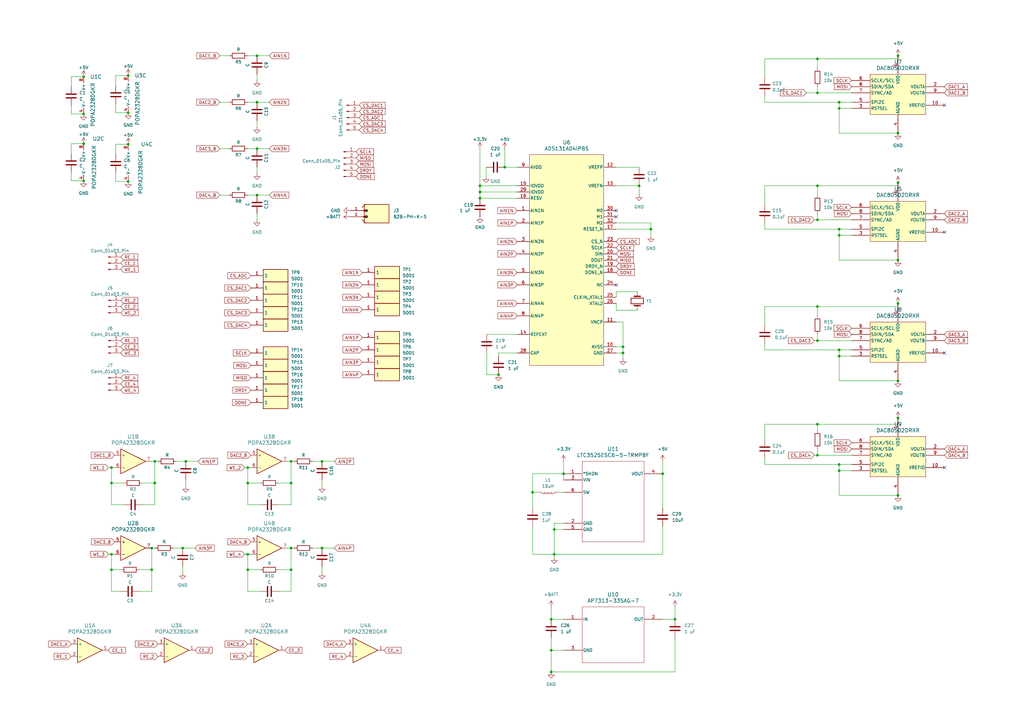
<source format=kicad_sch>
(kicad_sch (version 20230121) (generator eeschema)
  (paper "A3")
  (junction (at 101.6 198.12))
  (junction (at 52.578 46.228))
  (junction (at 344.17 190.5))
  (junction (at 335.28 186.69))
  (junction (at 335.28 76.2))
  (junction (at 196.85 76.2))
  (junction (at 231.14 194.31))
  (junction (at 368.3 171.45))
  (junction (at 63.5 198.12))
  (junction (at 226.06 275.59))
  (junction (at 62.23 224.79))
  (junction (at 119.38 198.12))
  (junction (at 101.6 191.77))
  (junction (at 105.41 80.01))
  (junction (at 368.3 22.86))
  (junction (at 262.128 76.2))
  (junction (at 335.28 90.17))
  (junction (at 119.38 224.79))
  (junction (at 335.28 125.73))
  (junction (at 218.44 201.93))
  (junction (at 45.72 227.33))
  (junction (at 52.578 30.988))
  (junction (at 34.29 58.928))
  (junction (at 368.3 156.21))
  (junction (at 105.41 41.91))
  (junction (at 227.33 217.17))
  (junction (at 266.954 93.98))
  (junction (at 132.08 224.79))
  (junction (at 335.28 24.13))
  (junction (at 105.41 60.96))
  (junction (at 62.23 233.68))
  (junction (at 368.3 106.68))
  (junction (at 52.578 59.182))
  (junction (at 34.29 31.496))
  (junction (at 45.72 198.12))
  (junction (at 196.85 81.28))
  (junction (at 335.28 38.1))
  (junction (at 344.17 143.51))
  (junction (at 74.93 224.79))
  (junction (at 344.17 93.98))
  (junction (at 207.01 68.58))
  (junction (at 344.17 44.45))
  (junction (at 101.6 227.33))
  (junction (at 344.17 193.04))
  (junction (at 276.86 254))
  (junction (at 344.17 41.91))
  (junction (at 45.72 233.68))
  (junction (at 335.28 139.7))
  (junction (at 271.78 194.31))
  (junction (at 52.578 74.422))
  (junction (at 101.6 233.68))
  (junction (at 34.29 46.736))
  (junction (at 204.47 153.67))
  (junction (at 344.17 96.52))
  (junction (at 34.29 74.168))
  (junction (at 368.3 74.93))
  (junction (at 368.3 203.2))
  (junction (at 45.72 191.77))
  (junction (at 119.38 233.68))
  (junction (at 63.5 189.23))
  (junction (at 76.2 189.23))
  (junction (at 335.28 173.99))
  (junction (at 196.85 78.74))
  (junction (at 105.41 22.86))
  (junction (at 344.17 146.05))
  (junction (at 255.524 144.78))
  (junction (at 227.33 227.33))
  (junction (at 119.38 189.23))
  (junction (at 132.08 189.23))
  (junction (at 226.06 266.7))
  (junction (at 368.3 124.46))
  (junction (at 368.3 54.61))
  (junction (at 226.06 254))
  (junction (at 255.524 142.24))
  (no_connect (at 252.73 116.84))
  (no_connect (at 387.35 191.77))
  (no_connect (at 252.73 86.36))
  (no_connect (at 387.35 95.25))
  (no_connect (at 252.73 88.9))
  (no_connect (at 387.35 144.78))
  (no_connect (at 387.35 43.18))
  (wire (pts (xy 207.01 60.96) (xy 207.01 68.58)))
  (wire (pts (xy 218.44 215.9) (xy 218.44 227.33)))
  (wire (pts (xy 45.72 198.12) (xy 45.72 207.01)))
  (wire (pts (xy 368.3 74.93) (xy 368.3 76.2)))
  (wire (pts (xy 196.85 60.96) (xy 196.85 76.2)))
  (wire (pts (xy 313.69 143.51) (xy 344.17 143.51)))
  (wire (pts (xy 252.73 142.24) (xy 255.524 142.24)))
  (wire (pts (xy 335.28 35.56) (xy 335.28 38.1)))
  (wire (pts (xy 45.72 207.01) (xy 50.8 207.01)))
  (wire (pts (xy 52.578 30.988) (xy 47.498 30.988)))
  (wire (pts (xy 47.498 74.422) (xy 47.498 70.866)))
  (wire (pts (xy 313.69 93.98) (xy 344.17 93.98)))
  (wire (pts (xy 276.86 261.62) (xy 276.86 275.59)))
  (wire (pts (xy 368.3 171.45) (xy 368.3 173.99)))
  (wire (pts (xy 218.44 201.93) (xy 220.98 201.93)))
  (wire (pts (xy 45.72 227.33) (xy 45.72 233.68)))
  (wire (pts (xy 63.5 198.12) (xy 63.5 189.23)))
  (wire (pts (xy 47.498 59.182) (xy 47.498 63.246)))
  (wire (pts (xy 105.41 30.48) (xy 105.41 33.02)))
  (wire (pts (xy 344.17 190.5) (xy 349.25 190.5)))
  (wire (pts (xy 57.15 242.57) (xy 62.23 242.57)))
  (wire (pts (xy 119.38 224.79) (xy 118.11 224.79)))
  (wire (pts (xy 63.5 189.23) (xy 62.23 189.23)))
  (wire (pts (xy 212.09 78.74) (xy 196.85 78.74)))
  (wire (pts (xy 29.21 31.496) (xy 34.29 31.496)))
  (wire (pts (xy 276.86 275.59) (xy 226.06 275.59)))
  (wire (pts (xy 52.578 46.228) (xy 47.498 46.228)))
  (wire (pts (xy 47.498 46.228) (xy 47.498 42.672)))
  (wire (pts (xy 227.33 214.63) (xy 227.33 217.17)))
  (wire (pts (xy 335.28 139.7) (xy 349.25 139.7)))
  (wire (pts (xy 335.28 76.2) (xy 368.3 76.2)))
  (wire (pts (xy 368.3 22.86) (xy 368.3 24.13)))
  (wire (pts (xy 344.17 44.45) (xy 344.17 54.61)))
  (wire (pts (xy 226.06 261.62) (xy 226.06 266.7)))
  (wire (pts (xy 62.23 224.79) (xy 63.5 224.79)))
  (wire (pts (xy 101.6 207.01) (xy 106.68 207.01)))
  (wire (pts (xy 335.28 125.73) (xy 335.28 129.54)))
  (wire (pts (xy 196.85 81.28) (xy 196.85 78.74)))
  (wire (pts (xy 252.73 76.2) (xy 262.128 76.2)))
  (wire (pts (xy 45.72 233.68) (xy 45.72 242.57)))
  (wire (pts (xy 271.78 254) (xy 276.86 254)))
  (wire (pts (xy 344.17 54.61) (xy 368.3 54.61)))
  (wire (pts (xy 335.28 125.73) (xy 368.3 125.73)))
  (wire (pts (xy 227.33 227.33) (xy 227.33 228.6)))
  (wire (pts (xy 58.42 198.12) (xy 63.5 198.12)))
  (wire (pts (xy 76.2 189.23) (xy 81.28 189.23)))
  (wire (pts (xy 101.6 60.96) (xy 105.41 60.96)))
  (wire (pts (xy 344.17 41.91) (xy 349.25 41.91)))
  (wire (pts (xy 335.28 186.69) (xy 349.25 186.69)))
  (wire (pts (xy 105.41 60.96) (xy 110.49 60.96)))
  (wire (pts (xy 313.69 173.99) (xy 335.28 173.99)))
  (wire (pts (xy 132.08 189.23) (xy 137.16 189.23)))
  (wire (pts (xy 119.38 242.57) (xy 119.38 233.68)))
  (wire (pts (xy 313.69 24.13) (xy 313.69 31.75)))
  (wire (pts (xy 313.69 190.5) (xy 344.17 190.5)))
  (wire (pts (xy 199.644 153.67) (xy 204.47 153.67)))
  (wire (pts (xy 313.69 140.97) (xy 313.69 143.51)))
  (wire (pts (xy 101.6 198.12) (xy 101.6 207.01)))
  (wire (pts (xy 199.644 144.78) (xy 199.644 153.67)))
  (wire (pts (xy 252.73 119.634) (xy 261.366 119.634)))
  (wire (pts (xy 45.72 242.57) (xy 49.53 242.57)))
  (wire (pts (xy 29.21 58.928) (xy 34.29 58.928)))
  (wire (pts (xy 266.954 93.98) (xy 252.73 93.98)))
  (wire (pts (xy 344.17 143.51) (xy 344.17 146.05)))
  (wire (pts (xy 212.09 144.78) (xy 204.47 144.78)))
  (wire (pts (xy 132.08 196.85) (xy 132.08 199.39)))
  (wire (pts (xy 101.6 22.86) (xy 105.41 22.86)))
  (wire (pts (xy 227.33 217.17) (xy 227.33 227.33)))
  (wire (pts (xy 199.39 68.58) (xy 199.39 72.39)))
  (wire (pts (xy 334.01 186.69) (xy 335.28 186.69)))
  (wire (pts (xy 226.06 266.7) (xy 226.06 275.59)))
  (wire (pts (xy 313.69 24.13) (xy 335.28 24.13)))
  (wire (pts (xy 101.6 80.01) (xy 105.41 80.01)))
  (wire (pts (xy 231.14 189.23) (xy 231.14 194.31)))
  (wire (pts (xy 313.69 41.91) (xy 344.17 41.91)))
  (wire (pts (xy 335.28 184.15) (xy 335.28 186.69)))
  (wire (pts (xy 196.85 76.2) (xy 212.09 76.2)))
  (wire (pts (xy 132.08 232.41) (xy 132.08 234.95)))
  (wire (pts (xy 29.21 46.736) (xy 34.29 46.736)))
  (wire (pts (xy 227.33 217.17) (xy 231.14 217.17)))
  (wire (pts (xy 271.78 189.23) (xy 271.78 194.31)))
  (wire (pts (xy 313.69 91.44) (xy 313.69 93.98)))
  (wire (pts (xy 105.41 80.01) (xy 110.49 80.01)))
  (wire (pts (xy 114.3 242.57) (xy 119.38 242.57)))
  (wire (pts (xy 105.41 49.53) (xy 105.41 52.07)))
  (wire (pts (xy 231.14 194.31) (xy 218.44 194.31)))
  (wire (pts (xy 105.41 41.91) (xy 110.49 41.91)))
  (wire (pts (xy 101.6 227.33) (xy 101.6 233.68)))
  (wire (pts (xy 90.17 22.86) (xy 93.98 22.86)))
  (wire (pts (xy 344.17 193.04) (xy 349.25 193.04)))
  (wire (pts (xy 252.73 144.78) (xy 255.524 144.78)))
  (wire (pts (xy 344.17 106.68) (xy 368.3 106.68)))
  (wire (pts (xy 204.47 144.78) (xy 204.47 146.05)))
  (wire (pts (xy 100.33 227.33) (xy 101.6 227.33)))
  (wire (pts (xy 335.28 76.2) (xy 335.28 80.01)))
  (wire (pts (xy 45.72 198.12) (xy 50.8 198.12)))
  (wire (pts (xy 47.498 59.182) (xy 52.578 59.182)))
  (wire (pts (xy 368.3 124.46) (xy 368.3 125.73)))
  (wire (pts (xy 344.17 93.98) (xy 344.17 96.52)))
  (wire (pts (xy 74.93 232.41) (xy 74.93 234.95)))
  (wire (pts (xy 349.25 143.51) (xy 344.17 143.51)))
  (wire (pts (xy 255.524 144.78) (xy 255.524 147.066)))
  (wire (pts (xy 100.33 191.77) (xy 101.6 191.77)))
  (wire (pts (xy 29.21 70.612) (xy 29.21 74.168)))
  (wire (pts (xy 218.44 194.31) (xy 218.44 201.93)))
  (wire (pts (xy 266.954 96.774) (xy 266.954 93.98)))
  (wire (pts (xy 105.41 68.58) (xy 105.41 71.12)))
  (wire (pts (xy 313.69 39.37) (xy 313.69 41.91)))
  (wire (pts (xy 45.72 233.68) (xy 49.53 233.68)))
  (wire (pts (xy 76.2 196.85) (xy 76.2 199.39)))
  (wire (pts (xy 44.45 227.33) (xy 45.72 227.33)))
  (wire (pts (xy 313.69 125.73) (xy 335.28 125.73)))
  (wire (pts (xy 344.17 41.91) (xy 344.17 44.45)))
  (wire (pts (xy 344.17 190.5) (xy 344.17 193.04)))
  (wire (pts (xy 344.17 146.05) (xy 349.25 146.05)))
  (wire (pts (xy 63.5 189.23) (xy 64.77 189.23)))
  (wire (pts (xy 90.17 41.91) (xy 93.98 41.91)))
  (wire (pts (xy 313.69 187.96) (xy 313.69 190.5)))
  (wire (pts (xy 29.21 74.168) (xy 34.29 74.168)))
  (wire (pts (xy 271.78 227.33) (xy 227.33 227.33)))
  (wire (pts (xy 266.954 91.44) (xy 266.954 93.98)))
  (wire (pts (xy 62.23 233.68) (xy 62.23 224.79)))
  (wire (pts (xy 90.17 80.01) (xy 93.98 80.01)))
  (wire (pts (xy 119.38 224.79) (xy 120.65 224.79)))
  (wire (pts (xy 344.17 96.52) (xy 349.25 96.52)))
  (wire (pts (xy 344.17 146.05) (xy 344.17 156.21)))
  (wire (pts (xy 45.72 191.77) (xy 45.72 198.12)))
  (wire (pts (xy 226.06 254) (xy 231.14 254)))
  (wire (pts (xy 119.38 189.23) (xy 120.65 189.23)))
  (wire (pts (xy 101.6 198.12) (xy 106.68 198.12)))
  (wire (pts (xy 62.23 224.79) (xy 60.96 224.79)))
  (wire (pts (xy 101.6 191.77) (xy 102.87 191.77)))
  (wire (pts (xy 226.06 248.92) (xy 226.06 254)))
  (wire (pts (xy 132.08 224.79) (xy 137.16 224.79)))
  (wire (pts (xy 255.524 142.24) (xy 255.524 144.78)))
  (wire (pts (xy 128.27 224.79) (xy 132.08 224.79)))
  (wire (pts (xy 344.17 96.52) (xy 344.17 106.68)))
  (wire (pts (xy 261.366 127.254) (xy 252.73 127.254)))
  (wire (pts (xy 218.44 227.33) (xy 227.33 227.33)))
  (wire (pts (xy 101.6 227.33) (xy 102.87 227.33)))
  (wire (pts (xy 231.14 194.31) (xy 231.14 196.85)))
  (wire (pts (xy 313.69 125.73) (xy 313.69 133.35)))
  (wire (pts (xy 199.644 137.16) (xy 212.09 137.16)))
  (wire (pts (xy 271.78 194.31) (xy 271.78 208.28)))
  (wire (pts (xy 44.45 191.77) (xy 45.72 191.77)))
  (wire (pts (xy 252.73 91.44) (xy 266.954 91.44)))
  (wire (pts (xy 74.93 224.79) (xy 80.01 224.79)))
  (wire (pts (xy 119.38 189.23) (xy 118.11 189.23)))
  (wire (pts (xy 334.01 90.17) (xy 335.28 90.17)))
  (wire (pts (xy 335.28 38.1) (xy 349.25 38.1)))
  (wire (pts (xy 196.85 78.74) (xy 196.85 76.2)))
  (wire (pts (xy 252.73 119.634) (xy 252.73 121.92)))
  (wire (pts (xy 313.69 173.99) (xy 313.69 180.34)))
  (wire (pts (xy 252.73 124.46) (xy 252.73 127.254)))
  (wire (pts (xy 47.498 30.988) (xy 47.498 35.052)))
  (wire (pts (xy 90.17 60.96) (xy 93.98 60.96)))
  (wire (pts (xy 45.72 191.77) (xy 46.99 191.77)))
  (wire (pts (xy 71.12 224.79) (xy 74.93 224.79)))
  (wire (pts (xy 128.27 189.23) (xy 132.08 189.23)))
  (wire (pts (xy 344.17 44.45) (xy 349.25 44.45)))
  (wire (pts (xy 335.28 87.63) (xy 335.28 90.17)))
  (wire (pts (xy 252.73 68.58) (xy 262.128 68.58)))
  (wire (pts (xy 344.17 93.98) (xy 349.25 93.98)))
  (wire (pts (xy 114.3 233.68) (xy 119.38 233.68)))
  (wire (pts (xy 228.6 201.93) (xy 231.14 201.93)))
  (wire (pts (xy 114.3 207.01) (xy 119.38 207.01)))
  (wire (pts (xy 313.69 76.2) (xy 313.69 83.82)))
  (wire (pts (xy 29.21 31.496) (xy 29.21 35.56)))
  (wire (pts (xy 105.41 87.63) (xy 105.41 90.17)))
  (wire (pts (xy 101.6 191.77) (xy 101.6 198.12)))
  (wire (pts (xy 58.42 207.01) (xy 63.5 207.01)))
  (wire (pts (xy 57.15 233.68) (xy 62.23 233.68)))
  (wire (pts (xy 207.01 68.58) (xy 212.09 68.58)))
  (wire (pts (xy 212.09 81.28) (xy 196.85 81.28)))
  (wire (pts (xy 29.21 43.18) (xy 29.21 46.736)))
  (wire (pts (xy 344.17 193.04) (xy 344.17 203.2)))
  (wire (pts (xy 101.6 41.91) (xy 105.41 41.91)))
  (wire (pts (xy 335.28 24.13) (xy 368.3 24.13)))
  (wire (pts (xy 45.72 227.33) (xy 46.99 227.33)))
  (wire (pts (xy 252.73 132.08) (xy 255.524 132.08)))
  (wire (pts (xy 262.128 76.2) (xy 262.128 79.756)))
  (wire (pts (xy 105.41 22.86) (xy 110.49 22.86)))
  (wire (pts (xy 330.708 38.1) (xy 335.28 38.1)))
  (wire (pts (xy 63.5 207.01) (xy 63.5 198.12)))
  (wire (pts (xy 101.6 233.68) (xy 101.6 242.57)))
  (wire (pts (xy 271.78 215.9) (xy 271.78 227.33)))
  (wire (pts (xy 334.01 139.7) (xy 335.28 139.7)))
  (wire (pts (xy 335.28 90.17) (xy 349.25 90.17)))
  (wire (pts (xy 119.38 233.68) (xy 119.38 224.79)))
  (wire (pts (xy 119.38 207.01) (xy 119.38 198.12)))
  (wire (pts (xy 335.28 173.99) (xy 368.3 173.99)))
  (wire (pts (xy 62.23 242.57) (xy 62.23 233.68)))
  (wire (pts (xy 119.38 198.12) (xy 119.38 189.23)))
  (wire (pts (xy 72.39 189.23) (xy 76.2 189.23)))
  (wire (pts (xy 47.498 74.422) (xy 52.578 74.422)))
  (wire (pts (xy 101.6 242.57) (xy 106.68 242.57)))
  (wire (pts (xy 344.17 156.21) (xy 368.3 156.21)))
  (wire (pts (xy 114.3 198.12) (xy 119.38 198.12)))
  (wire (pts (xy 226.06 266.7) (xy 231.14 266.7)))
  (wire (pts (xy 29.21 58.928) (xy 29.21 62.992)))
  (wire (pts (xy 231.14 214.63) (xy 227.33 214.63)))
  (wire (pts (xy 335.28 24.13) (xy 335.28 27.94)))
  (wire (pts (xy 335.28 137.16) (xy 335.28 139.7)))
  (wire (pts (xy 335.28 173.99) (xy 335.28 176.53)))
  (wire (pts (xy 255.524 132.08) (xy 255.524 142.24)))
  (wire (pts (xy 218.44 201.93) (xy 218.44 208.28)))
  (wire (pts (xy 335.28 76.2) (xy 313.69 76.2)))
  (wire (pts (xy 344.17 203.2) (xy 368.3 203.2)))
  (wire (pts (xy 276.86 248.92) (xy 276.86 254)))
  (wire (pts (xy 101.6 233.68) (xy 106.68 233.68)))
  (global_label "MOSI" (shape input) (at 252.73 104.14 0) (property "Intersheetrefs" "${INTERSHEET_REFS}" (effects hide)))
  (global_label "AIN1N" (shape input) (at 110.49 22.86 0) (property "Intersheetrefs" "${INTERSHEET_REFS}" (effects hide)))
  (global_label "DONE" (shape input) (at 146.05 72.39 0) (property "Intersheetrefs" "${INTERSHEET_REFS}" (effects hide)))
  (global_label "MOSI" (shape input) (at 102.87 149.86 180) (property "Intersheetrefs" "${INTERSHEET_REFS}" (effects hide)))
  (global_label "AIN4P" (shape input) (at 137.16 224.79 0) (property "Intersheetrefs" "${INTERSHEET_REFS}" (effects hide)))
  (global_label "WE_3" (shape input) (at 44.45 227.33 180) (property "Intersheetrefs" "${INTERSHEET_REFS}" (effects hide)))
  (global_label "MOSI" (shape input) (at 349.25 35.56 180) (property "Intersheetrefs" "${INTERSHEET_REFS}" (effects hide)))
  (global_label "SCLK" (shape input) (at 102.87 144.78 180) (property "Intersheetrefs" "${INTERSHEET_REFS}" (effects hide)))
  (global_label "DAC3_B" (shape input) (at 387.35 139.7 0) (property "Intersheetrefs" "${INTERSHEET_REFS}" (effects hide)))
  (global_label "RE_2" (shape input) (at 64.77 269.24 180) (property "Intersheetrefs" "${INTERSHEET_REFS}" (effects hide)))
  (global_label "SCLK" (shape input) (at 252.73 101.6 0) (property "Intersheetrefs" "${INTERSHEET_REFS}" (effects hide)))
  (global_label "DAC1_B" (shape input) (at 387.35 38.1 0) (property "Intersheetrefs" "${INTERSHEET_REFS}" (effects hide)))
  (global_label "AIN3P" (shape input) (at 80.01 224.79 0) (property "Intersheetrefs" "${INTERSHEET_REFS}" (effects hide)))
  (global_label "CS_DAC2" (shape input) (at 147.32 45.72 0) (property "Intersheetrefs" "${INTERSHEET_REFS}" (effects hide)))
  (global_label "RE_1" (shape input) (at 49.53 105.41 0) (property "Intersheetrefs" "${INTERSHEET_REFS}" (effects hide)))
  (global_label "RE_4" (shape input) (at 142.24 269.24 180) (property "Intersheetrefs" "${INTERSHEET_REFS}" (effects hide)))
  (global_label "DAC3_B" (shape input) (at 90.17 60.96 180) (property "Intersheetrefs" "${INTERSHEET_REFS}" (effects hide)))
  (global_label "SCLK" (shape input) (at 349.25 134.62 180) (property "Intersheetrefs" "${INTERSHEET_REFS}" (effects hide)))
  (global_label "WE_4" (shape input) (at 49.53 160.02 0) (property "Intersheetrefs" "${INTERSHEET_REFS}" (effects hide)))
  (global_label "AIN1N" (shape input) (at 148.59 111.76 180) (property "Intersheetrefs" "${INTERSHEET_REFS}" (effects hide)))
  (global_label "CS_DAC4" (shape input) (at 334.01 186.69 180) (property "Intersheetrefs" "${INTERSHEET_REFS}" (effects hide)))
  (global_label "DAC4_A" (shape input) (at 387.35 184.15 0) (property "Intersheetrefs" "${INTERSHEET_REFS}" (effects hide)))
  (global_label "AIN3N" (shape input) (at 212.09 111.76 180) (property "Intersheetrefs" "${INTERSHEET_REFS}" (effects hide)))
  (global_label "DAC4_A" (shape input) (at 142.24 264.16 180) (property "Intersheetrefs" "${INTERSHEET_REFS}" (effects hide)))
  (global_label "SCLK" (shape input) (at 146.05 62.23 0) (property "Intersheetrefs" "${INTERSHEET_REFS}" (effects hide)))
  (global_label "AIN4N" (shape input) (at 110.49 80.01 0) (property "Intersheetrefs" "${INTERSHEET_REFS}" (effects hide)))
  (global_label "DAC4_B" (shape input) (at 102.87 222.25 180) (property "Intersheetrefs" "${INTERSHEET_REFS}" (effects hide)))
  (global_label "AIN3P" (shape input) (at 148.59 148.59 180) (property "Intersheetrefs" "${INTERSHEET_REFS}" (effects hide)))
  (global_label "CE_3" (shape input) (at 49.53 142.24 0) (property "Intersheetrefs" "${INTERSHEET_REFS}" (effects hide)))
  (global_label "DAC2_B" (shape input) (at 102.87 186.69 180) (property "Intersheetrefs" "${INTERSHEET_REFS}" (effects hide)))
  (global_label "AIN2N" (shape input) (at 148.59 116.84 180) (property "Intersheetrefs" "${INTERSHEET_REFS}" (effects hide)))
  (global_label "CS_ADC" (shape input) (at 102.87 113.03 180) (property "Intersheetrefs" "${INTERSHEET_REFS}" (effects hide)))
  (global_label "CE_2" (shape input) (at 80.01 266.7 0) (property "Intersheetrefs" "${INTERSHEET_REFS}" (effects hide)))
  (global_label "CE_4" (shape input) (at 157.48 266.7 0) (property "Intersheetrefs" "${INTERSHEET_REFS}" (effects hide)))
  (global_label "DAC2_B" (shape input) (at 387.35 90.17 0) (property "Intersheetrefs" "${INTERSHEET_REFS}" (effects hide)))
  (global_label "AIN3N" (shape input) (at 110.49 60.96 0) (property "Intersheetrefs" "${INTERSHEET_REFS}" (effects hide)))
  (global_label "CS_DAC1" (shape input) (at 102.87 118.11 180) (property "Intersheetrefs" "${INTERSHEET_REFS}" (effects hide)))
  (global_label "AIN3N" (shape input) (at 148.59 121.92 180) (property "Intersheetrefs" "${INTERSHEET_REFS}" (effects hide)))
  (global_label "AIN2P" (shape input) (at 137.16 189.23 0) (property "Intersheetrefs" "${INTERSHEET_REFS}" (effects hide)))
  (global_label "CS_ADC" (shape input) (at 147.32 48.26 0) (property "Intersheetrefs" "${INTERSHEET_REFS}" (effects hide)))
  (global_label "MOSI" (shape input) (at 349.25 184.15 180) (property "Intersheetrefs" "${INTERSHEET_REFS}" (effects hide)))
  (global_label "DRDY" (shape input) (at 252.73 109.22 0) (property "Intersheetrefs" "${INTERSHEET_REFS}" (effects hide)))
  (global_label "AIN4N" (shape input) (at 148.59 127 180) (property "Intersheetrefs" "${INTERSHEET_REFS}" (effects hide)))
  (global_label "DAC4_B" (shape input) (at 387.35 186.69 0) (property "Intersheetrefs" "${INTERSHEET_REFS}" (effects hide)))
  (global_label "DAC3_A" (shape input) (at 387.35 137.16 0) (property "Intersheetrefs" "${INTERSHEET_REFS}" (effects hide)))
  (global_label "WE_1" (shape input) (at 44.45 191.77 180) (property "Intersheetrefs" "${INTERSHEET_REFS}" (effects hide)))
  (global_label "AIN4P" (shape input) (at 212.09 129.54 180) (property "Intersheetrefs" "${INTERSHEET_REFS}" (effects hide)))
  (global_label "MISO" (shape input) (at 146.05 64.77 0) (property "Intersheetrefs" "${INTERSHEET_REFS}" (effects hide)))
  (global_label "AIN2P" (shape input) (at 148.59 143.51 180) (property "Intersheetrefs" "${INTERSHEET_REFS}" (effects hide)))
  (global_label "AIN1P" (shape input) (at 148.59 138.43 180) (property "Intersheetrefs" "${INTERSHEET_REFS}" (effects hide)))
  (global_label "AIN1P" (shape input) (at 212.09 91.44 180) (property "Intersheetrefs" "${INTERSHEET_REFS}" (effects hide)))
  (global_label "CE_4" (shape input) (at 49.53 157.48 0) (property "Intersheetrefs" "${INTERSHEET_REFS}" (effects hide)))
  (global_label "DAC2_B" (shape input) (at 90.17 41.91 180) (property "Intersheetrefs" "${INTERSHEET_REFS}" (effects hide)))
  (global_label "CS_DAC4" (shape input) (at 147.32 53.34 0) (property "Intersheetrefs" "${INTERSHEET_REFS}" (effects hide)))
  (global_label "WE_3" (shape input) (at 49.53 144.78 0) (property "Intersheetrefs" "${INTERSHEET_REFS}" (effects hide)))
  (global_label "RE_3" (shape input) (at 101.6 269.24 180) (property "Intersheetrefs" "${INTERSHEET_REFS}" (effects hide)))
  (global_label "DRDY" (shape input) (at 146.05 69.85 0) (property "Intersheetrefs" "${INTERSHEET_REFS}" (effects hide)))
  (global_label "CE_1" (shape input) (at 44.45 266.7 0) (property "Intersheetrefs" "${INTERSHEET_REFS}" (effects hide)))
  (global_label "WE_4" (shape input) (at 100.33 227.33 180) (property "Intersheetrefs" "${INTERSHEET_REFS}" (effects hide)))
  (global_label "MISO" (shape input) (at 102.87 154.94 180) (property "Intersheetrefs" "${INTERSHEET_REFS}" (effects hide)))
  (global_label "CS_ADC" (shape input) (at 252.73 99.06 0) (property "Intersheetrefs" "${INTERSHEET_REFS}" (effects hide)))
  (global_label "DAC3_B" (shape input) (at 46.99 222.25 180) (property "Intersheetrefs" "${INTERSHEET_REFS}" (effects hide)))
  (global_label "AIN2N" (shape input) (at 212.09 99.06 180) (property "Intersheetrefs" "${INTERSHEET_REFS}" (effects hide)))
  (global_label "DAC1_B" (shape input) (at 90.17 22.86 180) (property "Intersheetrefs" "${INTERSHEET_REFS}" (effects hide)))
  (global_label "CS_DAC1" (shape input) (at 147.32 43.18 0) (property "Intersheetrefs" "${INTERSHEET_REFS}" (effects hide)))
  (global_label "RE_1" (shape input) (at 29.21 269.24 180) (property "Intersheetrefs" "${INTERSHEET_REFS}" (effects hide)))
  (global_label "DAC1_B" (shape input) (at 46.99 186.69 180) (property "Intersheetrefs" "${INTERSHEET_REFS}" (effects hide)))
  (global_label "CS_DAC3" (shape input) (at 102.87 128.27 180) (property "Intersheetrefs" "${INTERSHEET_REFS}" (effects hide)))
  (global_label "SCLK" (shape input) (at 349.25 85.09 180) (property "Intersheetrefs" "${INTERSHEET_REFS}" (effects hide)))
  (global_label "CS_DAC3" (shape input) (at 147.32 50.8 0) (property "Intersheetrefs" "${INTERSHEET_REFS}" (effects hide)))
  (global_label "DAC2_A" (shape input) (at 387.35 87.63 0) (property "Intersheetrefs" "${INTERSHEET_REFS}" (effects hide)))
  (global_label "CE_2" (shape input) (at 49.53 125.73 0) (property "Intersheetrefs" "${INTERSHEET_REFS}" (effects hide)))
  (global_label "CE_1" (shape input) (at 49.53 107.95 0) (property "Intersheetrefs" "${INTERSHEET_REFS}" (effects hide)))
  (global_label "MOSI" (shape input) (at 349.25 137.16 180) (property "Intersheetrefs" "${INTERSHEET_REFS}" (effects hide)))
  (global_label "AIN1N" (shape input) (at 212.09 86.36 180) (property "Intersheetrefs" "${INTERSHEET_REFS}" (effects hide)))
  (global_label "CS_DAC2" (shape input) (at 102.87 123.19 180) (property "Intersheetrefs" "${INTERSHEET_REFS}" (effects hide)))
  (global_label "DAC3_A" (shape input) (at 101.6 264.16 180) (property "Intersheetrefs" "${INTERSHEET_REFS}" (effects hide)))
  (global_label "RE_4" (shape input) (at 49.53 154.94 0) (property "Intersheetrefs" "${INTERSHEET_REFS}" (effects hide)))
  (global_label "CS_DAC4" (shape input) (at 102.87 133.35 180) (property "Intersheetrefs" "${INTERSHEET_REFS}" (effects hide)))
  (global_label "AIN4P" (shape input) (at 148.59 153.67 180) (property "Intersheetrefs" "${INTERSHEET_REFS}" (effects hide)))
  (global_label "RE_2" (shape input) (at 49.53 123.19 0) (property "Intersheetrefs" "${INTERSHEET_REFS}" (effects hide)))
  (global_label "MOSI" (shape input) (at 349.25 87.63 180) (property "Intersheetrefs" "${INTERSHEET_REFS}" (effects hide)))
  (global_label "DONE" (shape input) (at 102.87 165.1 180) (property "Intersheetrefs" "${INTERSHEET_REFS}" (effects hide)))
  (global_label "DRDY" (shape input) (at 102.87 160.02 180) (property "Intersheetrefs" "${INTERSHEET_REFS}" (effects hide)))
  (global_label "DONE" (shape input) (at 252.73 111.76 0) (property "Intersheetrefs" "${INTERSHEET_REFS}" (effects hide)))
  (global_label "MOSI" (shape input) (at 146.05 67.31 0) (property "Intersheetrefs" "${INTERSHEET_REFS}" (effects hide)))
  (global_label "WE_2" (shape input) (at 49.53 128.27 0) (property "Intersheetrefs" "${INTERSHEET_REFS}" (effects hide)))
  (global_label "SCLK" (shape input) (at 349.25 33.02 180) (property "Intersheetrefs" "${INTERSHEET_REFS}" (effects hide)))
  (global_label "CS_DAC1" (shape input) (at 330.708 38.1 180) (property "Intersheetrefs" "${INTERSHEET_REFS}" (effects hide)))
  (global_label "AIN3P" (shape input) (at 212.09 116.84 180) (property "Intersheetrefs" "${INTERSHEET_REFS}" (effects hide)))
  (global_label "AIN1P" (shape input) (at 81.28 189.23 0) (property "Intersheetrefs" "${INTERSHEET_REFS}" (effects hide)))
  (global_label "WE_1" (shape input) (at 49.53 110.49 0) (property "Intersheetrefs" "${INTERSHEET_REFS}" (effects hide)))
  (global_label "DAC1_A" (shape input) (at 29.21 264.16 180) (property "Intersheetrefs" "${INTERSHEET_REFS}" (effects hide)))
  (global_label "SCLK" (shape input) (at 349.25 181.61 180) (property "Intersheetrefs" "${INTERSHEET_REFS}" (effects hide)))
  (global_label "MISO" (shape input) (at 252.73 106.68 0) (property "Intersheetrefs" "${INTERSHEET_REFS}" (effects hide)))
  (global_label "DAC2_A" (shape input) (at 64.77 264.16 180) (property "Intersheetrefs" "${INTERSHEET_REFS}" (effects hide)))
  (global_label "WE_2" (shape input) (at 100.33 191.77 180) (property "Intersheetrefs" "${INTERSHEET_REFS}" (effects hide)))
  (global_label "DAC4_B" (shape input) (at 90.17 80.01 180) (property "Intersheetrefs" "${INTERSHEET_REFS}" (effects hide)))
  (global_label "RE_3" (shape input) (at 49.53 139.7 0) (property "Intersheetrefs" "${INTERSHEET_REFS}" (effects hide)))
  (global_label "CE_3" (shape input) (at 116.84 266.7 0) (property "Intersheetrefs" "${INTERSHEET_REFS}" (effects hide)))
  (global_label "DAC1_A" (shape input) (at 387.35 35.56 0) (property "Intersheetrefs" "${INTERSHEET_REFS}" (effects hide)))
  (global_label "AIN2P" (shape input) (at 212.09 104.14 180) (property "Intersheetrefs" "${INTERSHEET_REFS}" (effects hide)))
  (global_label "CS_DAC2" (shape input) (at 334.01 90.17 180) (property "Intersheetrefs" "${INTERSHEET_REFS}" (effects hide)))
  (global_label "AIN4N" (shape input) (at 212.09 124.46 180) (property "Intersheetrefs" "${INTERSHEET_REFS}" (effects hide)))
  (global_label "CS_DAC3" (shape input) (at 334.01 139.7 180) (property "Intersheetrefs" "${INTERSHEET_REFS}" (effects hide)))
  (global_label "AIN2N" (shape input) (at 110.49 41.91 0) (property "Intersheetrefs" "${INTERSHEET_REFS}" (effects hide)))
  (symbol (lib_id "Device:R") (at 97.79 41.91 90) (unit 1)
    (property "Reference" "R6" (at 97.79 44.45 90))
    (property "Value" "R" (at 97.79 39.37 90))
    (property "Footprint" "Resistor_SMD:R_0603_1608Metric_Pad0.98x0.95mm_HandSolder" (effects hide))
  )
  (symbol (lib_id "Device:R") (at 335.28 83.82 0) (unit 1)
    (property "Reference" "R13" (at 337.82 82.55 0) (effects (justify left)))
    (property "Value" "10k" (at 337.82 85.09 0) (effects (justify left)))
    (property "Footprint" "Resistor_SMD:R_0603_1608Metric_Pad0.98x0.95mm_HandSolder" (effects hide))
  )
  (symbol (lib_id "power:+3.3V") (at 276.86 248.92 0) (unit 1)
    (property "Reference" "#PWR027" (effects hide))
    (property "Value" "+3.3V" (at 276.86 243.84 0))
  )
  (symbol (lib_id "5001:5001") (at 102.87 144.78 0) (unit 1)
    (property "Reference" "TP14" (at 119.38 143.51 0) (effects (justify left)))
    (property "Value" "5001" (at 119.38 146.05 0) (effects (justify left)))
    (property "Footprint" "5001:5000" (effects hide))
    (property "Datasheet" "http://www.keyelco.com/product-pdf.cfm?p=1310" (effects hide))
    (property "Mouser Part Number" "534-5001" (effects hide))
    (property "Mouser Price/Stock" "https://www.mouser.co.uk/ProductDetail/Keystone-Electronics/5001?qs=q0tsjPZWdm%2FW0vdr%2FwowKg%3D%3D" (effects hide))
    (property "Manufacturer_Name" "Keystone Electronics" (effects hide))
    (property "Manufacturer_Part_Number" "5001" (effects hide))
  )
  (symbol (lib_id "5001:5001") (at 148.59 111.76 0) (unit 1)
    (property "Reference" "TP1" (at 165.1 110.49 0) (effects (justify left)))
    (property "Value" "5001" (at 165.1 113.03 0) (effects (justify left)))
    (property "Footprint" "5001:5000" (effects hide))
    (property "Datasheet" "http://www.keyelco.com/product-pdf.cfm?p=1310" (effects hide))
    (property "Mouser Part Number" "534-5001" (effects hide))
    (property "Mouser Price/Stock" "https://www.mouser.co.uk/ProductDetail/Keystone-Electronics/5001?qs=q0tsjPZWdm%2FW0vdr%2FwowKg%3D%3D" (effects hide))
    (property "Manufacturer_Name" "Keystone Electronics" (effects hide))
    (property "Manufacturer_Part_Number" "5001" (effects hide))
  )
  (symbol (lib_id "DAC80502DRXR:DAC80502DRXR") (at 342.9 186.69 0) (unit 1)
    (property "Reference" "U9" (at 368.3 173.99 0) (effects (font (size 1.524 1.524))))
    (property "Value" "DAC80502DRXR" (at 368.3 176.53 0) (effects (font (size 1.524 1.524))))
    (property "Footprint" "DAC80502DRXR:SON_02DRXR_TEX" (effects hide))
    (property "Datasheet" "DAC80502DRXR" (effects hide))
  )
  (symbol (lib_id "OPA2328DGKR:POPA2328DGKR") (at 31.75 227.33 0) (unit 2)
    (property "Reference" "U2" (at 54.61 214.63 0) (effects (font (size 1.524 1.524))))
    (property "Value" "POPA2328DGKR" (at 54.61 217.17 0) (effects (font (size 1.524 1.524))))
    (property "Footprint" "OPA2328DGKR:SO8_DGK_TEX" (effects hide))
    (property "Datasheet" "POPA2328DGKR" (effects hide))
  )
  (symbol (lib_id "Device:R") (at 97.79 60.96 90) (unit 1)
    (property "Reference" "R7" (at 97.79 63.5 90))
    (property "Value" "R" (at 97.79 58.42 90))
    (property "Footprint" "Resistor_SMD:R_0603_1608Metric_Pad0.98x0.95mm_HandSolder" (effects hide))
  )
  (symbol (lib_id "Device:R") (at 68.58 189.23 90) (unit 1)
    (property "Reference" "R4" (at 68.58 191.77 90))
    (property "Value" "R" (at 68.58 186.69 90))
    (property "Footprint" "Resistor_SMD:R_0603_1608Metric_Pad0.98x0.95mm_HandSolder" (effects hide))
  )
  (symbol (lib_id "Device:C") (at 313.69 35.56 0) (unit 1)
    (property "Reference" "C23" (at 316.738 34.29 0) (effects (justify left)))
    (property "Value" "0.1uF" (at 316.738 36.83 0) (effects (justify left)))
    (property "Footprint" "Capacitor_SMD:C_0603_1608Metric_Pad1.08x0.95mm_HandSolder" (effects hide))
  )
  (symbol (lib_id "OPA2328DGKR:POPA2328DGKR") (at 49.53 269.24 0) (unit 1)
    (property "Reference" "U3" (at 72.39 256.54 0) (effects (font (size 1.524 1.524))))
    (property "Value" "POPA2328DGKR" (at 72.39 259.08 0) (effects (font (size 1.524 1.524))))
    (property "Footprint" "OPA2328DGKR:SO8_DGK_TEX" (effects hide))
    (property "Datasheet" "POPA2328DGKR" (effects hide))
  )
  (symbol (lib_id "Device:C") (at 105.41 83.82 180) (unit 1)
    (property "Reference" "C12" (at 109.22 83.82 90))
    (property "Value" "C" (at 101.6 83.82 90))
    (property "Footprint" "Capacitor_SMD:C_0603_1608Metric_Pad1.08x0.95mm_HandSolder" (effects hide))
  )
  (symbol (lib_id "B2B-PH-K-S:B2B-PH-K-S") (at 153.67 88.9 0) (unit 1)
    (property "Reference" "J3" (at 161.29 86.36 0) (effects (justify left)))
    (property "Value" "B2B-PH-K-S" (at 161.29 88.9 0) (effects (justify left)))
    (property "Footprint" "B2B_PH_K_S:JST_B2B-PH-K-S" (effects hide))
    (property "MANUFACTURER" "JST" (effects hide))
  )
  (symbol (lib_id "Device:C") (at 76.2 193.04 180) (unit 1)
    (property "Reference" "C8" (at 80.01 193.04 90))
    (property "Value" "C" (at 72.39 193.04 90))
    (property "Footprint" "Capacitor_SMD:C_0603_1608Metric_Pad1.08x0.95mm_HandSolder" (effects hide))
  )
  (symbol (lib_id "Device:C") (at 199.644 140.97 0) (unit 1)
    (property "Reference" "C19" (at 203.2 139.7 0) (effects (justify left)))
    (property "Value" "1 uF" (at 203.2 142.24 0) (effects (justify left)))
    (property "Footprint" "Capacitor_SMD:C_0603_1608Metric_Pad1.08x0.95mm_HandSolder" (effects hide))
  )
  (symbol (lib_id "DAC80502DRXR:DAC80502DRXR") (at 342.9 38.1 0) (unit 1)
    (property "Reference" "U7" (at 368.3 25.4 0) (effects (font (size 1.524 1.524))))
    (property "Value" "DAC80502DRXR" (at 368.3 27.94 0) (effects (font (size 1.524 1.524))))
    (property "Footprint" "DAC80502DRXR:SON_02DRXR_TEX" (effects hide))
    (property "Datasheet" "DAC80502DRXR" (effects hide))
  )
  (symbol (lib_id "power:GND") (at 199.39 72.39 0) (unit 1)
    (property "Reference" "#PWR019" (effects hide))
    (property "Value" "GND" (at 203.2 74.422 0))
  )
  (symbol (lib_id "Connector:Conn_01x05_Pin") (at 140.97 67.31 0) (unit 1)
    (property "Reference" "J2" (at 139.7 68.58 0) (effects (justify right)))
    (property "Value" "Conn_01x05_Pin" (at 139.7 66.04 0) (effects (justify right)))
    (property "Footprint" "Connector_PinHeader_2.54mm:PinHeader_1x05_P2.54mm_Vertical" (effects hide))
  )
  (symbol (lib_id "Device:C") (at 74.93 228.6 180) (unit 1)
    (property "Reference" "C7" (at 78.74 228.6 90))
    (property "Value" "C" (at 71.12 228.6 90))
    (property "Footprint" "Capacitor_SMD:C_0603_1608Metric_Pad1.08x0.95mm_HandSolder" (effects hide))
  )
  (symbol (lib_id "ADS131A04IPBS:ADS131A04IPBS") (at 232.41 106.68 0) (unit 1)
    (property "Reference" "U6" (at 232.41 58.42 0) (effects (font (size 1.524 1.524))))
    (property "Value" "ADS131A04IPBS" (at 232.41 60.96 0) (effects (font (size 1.524 1.524))))
    (property "Footprint" "ADS131A04IPBS:PBS0032A_N" (effects hide))
    (property "Datasheet" "ADS131A04IPBS" (effects hide))
  )
  (symbol (lib_id "power:GND") (at 368.3 106.68 0) (unit 1)
    (property "Reference" "#PWR023" (effects hide))
    (property "Value" "GND" (at 368.3 111.76 0))
  )
  (symbol (lib_id "power:GND") (at 105.41 90.17 0) (unit 1)
    (property "Reference" "#PWR014" (effects hide))
    (property "Value" "GND" (at 105.41 95.25 0))
  )
  (symbol (lib_id "OPA2328DGKR:POPA2328DGKR") (at 86.36 269.24 0) (unit 1)
    (property "Reference" "U2" (at 109.22 256.54 0) (effects (font (size 1.524 1.524))))
    (property "Value" "POPA2328DGKR" (at 109.22 259.08 0) (effects (font (size 1.524 1.524))))
    (property "Footprint" "OPA2328DGKR:SO8_DGK_TEX" (effects hide))
    (property "Datasheet" "POPA2328DGKR" (effects hide))
  )
  (symbol (lib_id "power:+5V") (at 368.3 22.86 0) (unit 1)
    (property "Reference" "#PWR029" (effects hide))
    (property "Value" "+5V" (at 368.3 17.78 0))
  )
  (symbol (lib_id "OPA2328DGKR:POPA2328DGKR") (at 53.848 39.878 0) (unit 3)
    (property "Reference" "U3" (at 57.658 30.988 0) (effects (font (size 1.524 1.524))))
    (property "Value" "POPA2328DGKR" (at 56.388 42.418 90) (effects (font (size 1.524 1.524))))
    (property "Footprint" "OPA2328DGKR:SO8_DGK_TEX" (effects hide))
    (property "Datasheet" "POPA2328DGKR" (effects hide))
  )
  (symbol (lib_id "5001:5001") (at 148.59 138.43 0) (unit 1)
    (property "Reference" "TP5" (at 165.1 137.16 0) (effects (justify left)))
    (property "Value" "5001" (at 165.1 139.7 0) (effects (justify left)))
    (property "Footprint" "5001:5000" (effects hide))
    (property "Datasheet" "http://www.keyelco.com/product-pdf.cfm?p=1310" (effects hide))
    (property "Mouser Part Number" "534-5001" (effects hide))
    (property "Mouser Price/Stock" "https://www.mouser.co.uk/ProductDetail/Keystone-Electronics/5001?qs=q0tsjPZWdm%2FW0vdr%2FwowKg%3D%3D" (effects hide))
    (property "Manufacturer_Name" "Keystone Electronics" (effects hide))
    (property "Manufacturer_Part_Number" "5001" (effects hide))
  )
  (symbol (lib_id "power:+5V") (at 368.3 124.46 0) (unit 1)
    (property "Reference" "#PWR031" (effects hide))
    (property "Value" "+5V" (at 368.3 119.38 0))
  )
  (symbol (lib_id "power:+5V") (at 34.29 31.496 0) (unit 1)
    (property "Reference" "#PWR01" (effects hide))
    (property "Value" "+5V" (at 34.29 27.686 0))
  )
  (symbol (lib_id "5001:5001") (at 102.87 118.11 0) (unit 1)
    (property "Reference" "TP10" (at 119.38 116.84 0) (effects (justify left)))
    (property "Value" "5001" (at 119.38 119.38 0) (effects (justify left)))
    (property "Footprint" "5001:5000" (effects hide))
    (property "Datasheet" "http://www.keyelco.com/product-pdf.cfm?p=1310" (effects hide))
    (property "Mouser Part Number" "534-5001" (effects hide))
    (property "Mouser Price/Stock" "https://www.mouser.co.uk/ProductDetail/Keystone-Electronics/5001?qs=q0tsjPZWdm%2FW0vdr%2FwowKg%3D%3D" (effects hide))
    (property "Manufacturer_Name" "Keystone Electronics" (effects hide))
    (property "Manufacturer_Part_Number" "5001" (effects hide))
  )
  (symbol (lib_id "Device:C") (at 132.08 193.04 180) (unit 1)
    (property "Reference" "C16" (at 135.89 193.04 90))
    (property "Value" "C" (at 128.27 193.04 90))
    (property "Footprint" "Capacitor_SMD:C_0603_1608Metric_Pad1.08x0.95mm_HandSolder" (effects hide))
  )
  (symbol (lib_id "Device:R") (at 124.46 189.23 90) (unit 1)
    (property "Reference" "R11" (at 124.46 191.77 90))
    (property "Value" "R" (at 124.46 186.69 90))
    (property "Footprint" "Resistor_SMD:R_0603_1608Metric_Pad0.98x0.95mm_HandSolder" (effects hide))
  )
  (symbol (lib_id "power:GND") (at 105.41 33.02 0) (unit 1)
    (property "Reference" "#PWR011" (effects hide))
    (property "Value" "GND" (at 105.41 38.1 0))
  )
  (symbol (lib_id "Device:R") (at 110.49 233.68 90) (unit 1)
    (property "Reference" "R10" (at 110.49 236.22 90))
    (property "Value" "R" (at 110.49 231.14 90))
    (property "Footprint" "Resistor_SMD:R_0603_1608Metric_Pad0.98x0.95mm_HandSolder" (effects hide))
  )
  (symbol (lib_id "Device:C") (at 29.21 66.802 0) (unit 1)
    (property "Reference" "C2" (at 32.512 65.532 0) (effects (justify left)))
    (property "Value" "C" (at 32.512 68.072 0) (effects (justify left)))
    (property "Footprint" "Capacitor_SMD:C_0603_1608Metric_Pad1.08x0.95mm_HandSolder" (effects hide))
  )
  (symbol (lib_id "Device:R") (at 54.61 198.12 90) (unit 1)
    (property "Reference" "R2" (at 54.61 200.66 90))
    (property "Value" "R" (at 54.61 195.58 90))
    (property "Footprint" "Resistor_SMD:R_0603_1608Metric_Pad0.98x0.95mm_HandSolder" (effects hide))
  )
  (symbol (lib_id "5001:5001") (at 148.59 121.92 0) (unit 1)
    (property "Reference" "TP3" (at 165.1 120.65 0) (effects (justify left)))
    (property "Value" "5001" (at 165.1 123.19 0) (effects (justify left)))
    (property "Footprint" "5001:5000" (effects hide))
    (property "Datasheet" "http://www.keyelco.com/product-pdf.cfm?p=1310" (effects hide))
    (property "Mouser Part Number" "534-5001" (effects hide))
    (property "Mouser Price/Stock" "https://www.mouser.co.uk/ProductDetail/Keystone-Electronics/5001?qs=q0tsjPZWdm%2FW0vdr%2FwowKg%3D%3D" (effects hide))
    (property "Manufacturer_Name" "Keystone Electronics" (effects hide))
    (property "Manufacturer_Part_Number" "5001" (effects hide))
  )
  (symbol (lib_id "Device:C") (at 313.69 87.63 0) (unit 1)
    (property "Reference" "C15" (at 316.738 86.36 0) (effects (justify left)))
    (property "Value" "0.1uF" (at 316.738 88.9 0) (effects (justify left)))
    (property "Footprint" "Capacitor_SMD:C_0603_1608Metric_Pad1.08x0.95mm_HandSolder" (effects hide))
  )
  (symbol (lib_id "5001:5001") (at 102.87 113.03 0) (unit 1)
    (property "Reference" "TP9" (at 119.38 111.76 0) (effects (justify left)))
    (property "Value" "5001" (at 119.38 114.3 0) (effects (justify left)))
    (property "Footprint" "5001:5000" (effects hide))
    (property "Datasheet" "http://www.keyelco.com/product-pdf.cfm?p=1310" (effects hide))
    (property "Mouser Part Number" "534-5001" (effects hide))
    (property "Mouser Price/Stock" "https://www.mouser.co.uk/ProductDetail/Keystone-Electronics/5001?qs=q0tsjPZWdm%2FW0vdr%2FwowKg%3D%3D" (effects hide))
    (property "Manufacturer_Name" "Keystone Electronics" (effects hide))
    (property "Manufacturer_Part_Number" "5001" (effects hide))
  )
  (symbol (lib_id "OPA2328DGKR:POPA2328DGKR") (at 35.56 67.818 0) (unit 3)
    (property "Reference" "U2" (at 40.386 56.896 0) (effects (font (size 1.524 1.524))))
    (property "Value" "POPA2328DGKR" (at 38.608 68.58 90) (effects (font (size 1.524 1.524))))
    (property "Footprint" "OPA2328DGKR:SO8_DGK_TEX" (effects hide))
    (property "Datasheet" "POPA2328DGKR" (effects hide))
  )
  (symbol (lib_id "power:GND") (at 368.3 203.2 0) (unit 1)
    (property "Reference" "#PWR034" (effects hide))
    (property "Value" "GND" (at 368.3 208.28 0))
  )
  (symbol (lib_id "Device:C") (at 132.08 228.6 180) (unit 1)
    (property "Reference" "C17" (at 135.89 228.6 90))
    (property "Value" "C" (at 128.27 228.6 90))
    (property "Footprint" "Capacitor_SMD:C_0603_1608Metric_Pad1.08x0.95mm_HandSolder" (effects hide))
  )
  (symbol (lib_id "5001:5001") (at 102.87 165.1 0) (unit 1)
    (property "Reference" "TP18" (at 119.38 163.83 0) (effects (justify left)))
    (property "Value" "5001" (at 119.38 166.37 0) (effects (justify left)))
    (property "Footprint" "5001:5000" (effects hide))
    (property "Datasheet" "http://www.keyelco.com/product-pdf.cfm?p=1310" (effects hide))
    (property "Mouser Part Number" "534-5001" (effects hide))
    (property "Mouser Price/Stock" "https://www.mouser.co.uk/ProductDetail/Keystone-Electronics/5001?qs=q0tsjPZWdm%2FW0vdr%2FwowKg%3D%3D" (effects hide))
    (property "Manufacturer_Name" "Keystone Electronics" (effects hide))
    (property "Manufacturer_Part_Number" "5001" (effects hide))
  )
  (symbol (lib_id "OPA2328DGKR:POPA2328DGKR") (at 31.75 191.77 0) (unit 2)
    (property "Reference" "U1" (at 54.61 179.07 0) (effects (font (size 1.524 1.524))))
    (property "Value" "POPA2328DGKR" (at 54.61 181.61 0) (effects (font (size 1.524 1.524))))
    (property "Footprint" "OPA2328DGKR:SO8_DGK_TEX" (effects hide))
    (property "Datasheet" "POPA2328DGKR" (effects hide))
  )
  (symbol (lib_id "Connector:Conn_01x05_Pin") (at 142.24 48.26 0) (unit 1)
    (property "Reference" "J1" (at 137.16 48.26 90))
    (property "Value" "Conn_01x05_Pin" (at 139.7 48.26 90))
    (property "Footprint" "Connector_PinHeader_2.54mm:PinHeader_1x05_P2.54mm_Vertical" (effects hide))
  )
  (symbol (lib_id "power:+5V") (at 207.01 60.96 0) (unit 1)
    (property "Reference" "#PWR021" (effects hide))
    (property "Value" "+5V" (at 207.01 57.15 0))
  )
  (symbol (lib_id "5001:5001") (at 148.59 148.59 0) (unit 1)
    (property "Reference" "TP7" (at 165.1 147.32 0) (effects (justify left)))
    (property "Value" "5001" (at 165.1 149.86 0) (effects (justify left)))
    (property "Footprint" "5001:5000" (effects hide))
    (property "Datasheet" "http://www.keyelco.com/product-pdf.cfm?p=1310" (effects hide))
    (property "Mouser Part Number" "534-5001" (effects hide))
    (property "Mouser Price/Stock" "https://www.mouser.co.uk/ProductDetail/Keystone-Electronics/5001?qs=q0tsjPZWdm%2FW0vdr%2FwowKg%3D%3D" (effects hide))
    (property "Manufacturer_Name" "Keystone Electronics" (effects hide))
    (property "Manufacturer_Part_Number" "5001" (effects hide))
  )
  (symbol (lib_id "5001:5001") (at 148.59 127 0) (unit 1)
    (property "Reference" "TP4" (at 165.1 125.73 0) (effects (justify left)))
    (property "Value" "5001" (at 165.1 128.27 0) (effects (justify left)))
    (property "Footprint" "5001:5000" (effects hide))
    (property "Datasheet" "http://www.keyelco.com/product-pdf.cfm?p=1310" (effects hide))
    (property "Mouser Part Number" "534-5001" (effects hide))
    (property "Mouser Price/Stock" "https://www.mouser.co.uk/ProductDetail/Keystone-Electronics/5001?qs=q0tsjPZWdm%2FW0vdr%2FwowKg%3D%3D" (effects hide))
    (property "Manufacturer_Name" "Keystone Electronics" (effects hide))
    (property "Manufacturer_Part_Number" "5001" (effects hide))
  )
  (symbol (lib_id "OPA2328DGKR:POPA2328DGKR") (at 127 269.24 0) (unit 1)
    (property "Reference" "U4" (at 149.86 256.54 0) (effects (font (size 1.524 1.524))))
    (property "Value" "POPA2328DGKR" (at 149.86 259.08 0) (effects (font (size 1.524 1.524))))
    (property "Footprint" "OPA2328DGKR:SO8_DGK_TEX" (effects hide))
    (property "Datasheet" "POPA2328DGKR" (effects hide))
  )
  (symbol (lib_id "power:+BATT") (at 143.51 88.9 90) (unit 1)
    (property "Reference" "#PWR040" (effects hide))
    (property "Value" "+BATT" (at 139.7 88.9 90) (effects (justify left)))
  )
  (symbol (lib_id "power:+5V") (at 368.3 171.45 0) (unit 1)
    (property "Reference" "#PWR033" (effects hide))
    (property "Value" "+5V" (at 368.3 166.37 0))
  )
  (symbol (lib_id "power:GND") (at 132.08 199.39 0) (unit 1)
    (property "Reference" "#PWR015" (effects hide))
    (property "Value" "GND" (at 132.08 204.47 0))
  )
  (symbol (lib_id "Connector:Conn_01x03_Pin") (at 44.45 157.48 0) (unit 1)
    (property "Reference" "J7" (at 45.085 149.86 0))
    (property "Value" "Conn_01x03_Pin" (at 45.085 152.4 0))
    (property "Footprint" "Connector_PinHeader_2.54mm:PinHeader_1x03_P2.54mm_Vertical" (effects hide))
  )
  (symbol (lib_id "Device:C") (at 203.2 68.58 270) (unit 1)
    (property "Reference" "C20" (at 203.2 60.96 90))
    (property "Value" "1 uF" (at 203.2 63.5 90))
    (property "Footprint" "Capacitor_SMD:C_0603_1608Metric_Pad1.08x0.95mm_HandSolder" (effects hide))
  )
  (symbol (lib_id "power:+BATT") (at 226.06 248.92 0) (unit 1)
    (property "Reference" "#PWR035" (effects hide))
    (property "Value" "+BATT" (at 226.06 243.84 0))
  )
  (symbol (lib_id "Device:R") (at 124.46 224.79 90) (unit 1)
    (property "Reference" "R12" (at 124.46 227.33 90))
    (property "Value" "R" (at 124.46 222.25 90))
    (property "Footprint" "Resistor_SMD:R_0603_1608Metric_Pad0.98x0.95mm_HandSolder" (effects hide))
  )
  (symbol (lib_id "power:GND") (at 227.33 228.6 0) (unit 1)
    (property "Reference" "#PWR036" (effects hide))
    (property "Value" "GND" (at 227.33 233.68 0))
  )
  (symbol (lib_id "Device:C") (at 313.69 137.16 0) (unit 1)
    (property "Reference" "C25" (at 317.754 135.89 0) (effects (justify left)))
    (property "Value" "0.1uF" (at 317.754 138.43 0) (effects (justify left)))
    (property "Footprint" "Capacitor_SMD:C_0603_1608Metric_Pad1.08x0.95mm_HandSolder" (effects hide))
  )
  (symbol (lib_id "Device:Crystal") (at 261.366 123.444 90) (unit 1)
    (property "Reference" "Y1" (at 264.922 123.444 90) (effects (justify right)))
    (property "Value" "Crystal" (effects hide))
    (property "Footprint" "Crystal:Crystal_SMD_HC49-SD" (effects hide))
  )
  (symbol (lib_id "Device:C") (at 105.41 45.72 180) (unit 1)
    (property "Reference" "C10" (at 109.22 45.72 90))
    (property "Value" "C" (at 101.6 45.72 90))
    (property "Footprint" "Capacitor_SMD:C_0603_1608Metric_Pad1.08x0.95mm_HandSolder" (effects hide))
  )
  (symbol (lib_id "Device:C") (at 110.49 207.01 90) (unit 1)
    (property "Reference" "C13" (at 110.49 210.82 90))
    (property "Value" "C" (at 110.49 203.2 90))
    (property "Footprint" "Capacitor_SMD:C_0603_1608Metric_Pad1.08x0.95mm_HandSolder" (effects hide))
  )
  (symbol (lib_id "OPA2328DGKR:POPA2328DGKR") (at 35.56 40.386 0) (unit 3)
    (property "Reference" "U1" (at 39.37 31.496 0) (effects (font (size 1.524 1.524))))
    (property "Value" "POPA2328DGKR" (at 38.1 42.926 90) (effects (font (size 1.524 1.524))))
    (property "Footprint" "OPA2328DGKR:SO8_DGK_TEX" (effects hide))
    (property "Datasheet" "POPA2328DGKR" (effects hide))
  )
  (symbol (lib_id "Connector:Conn_01x03_Pin") (at 44.45 125.73 0) (unit 1)
    (property "Reference" "J5" (at 45.085 118.11 0))
    (property "Value" "Conn_01x03_Pin" (at 45.085 120.65 0))
    (property "Footprint" "Connector_PinHeader_2.54mm:PinHeader_1x03_P2.54mm_Vertical" (effects hide))
  )
  (symbol (lib_id "Device:R") (at 67.31 224.79 90) (unit 1)
    (property "Reference" "R3" (at 67.31 227.33 90))
    (property "Value" "R" (at 67.31 222.25 90))
    (property "Footprint" "Resistor_SMD:R_0603_1608Metric_Pad0.98x0.95mm_HandSolder" (effects hide))
  )
  (symbol (lib_id "OPA2328DGKR:POPA2328DGKR") (at 53.848 68.072 0) (unit 3)
    (property "Reference" "U4" (at 60.198 59.182 0) (effects (font (size 1.524 1.524))))
    (property "Value" "POPA2328DGKR" (at 57.658 70.612 90) (effects (font (size 1.524 1.524))))
    (property "Footprint" "OPA2328DGKR:SO8_DGK_TEX" (effects hide))
    (property "Datasheet" "POPA2328DGKR" (effects hide))
  )
  (symbol (lib_id "Connector:Conn_01x03_Pin") (at 44.45 142.24 0) (unit 1)
    (property "Reference" "J6" (at 45.085 134.62 0))
    (property "Value" "Conn_01x03_Pin" (at 45.085 137.16 0))
    (property "Footprint" "Connector_PinHeader_2.54mm:PinHeader_1x03_P2.54mm_Vertical" (effects hide))
  )
  (symbol (lib_id "Device:C") (at 204.47 149.86 0) (unit 1)
    (property "Reference" "C21" (at 208.28 148.59 0) (effects (justify left)))
    (property "Value" "1 uF" (at 208.28 151.13 0) (effects (justify left)))
    (property "Footprint" "Capacitor_SMD:C_0603_1608Metric_Pad1.08x0.95mm_HandSolder" (effects hide))
  )
  (symbol (lib_id "power:GND") (at 105.41 52.07 0) (unit 1)
    (property "Reference" "#PWR012" (effects hide))
    (property "Value" "GND" (at 105.41 57.15 0))
  )
  (symbol (lib_id "power:GND") (at 262.128 79.756 0) (unit 1)
    (property "Reference" "#PWR026" (effects hide))
    (property "Value" "GND" (at 262.128 84.836 0))
  )
  (symbol (lib_id "power:+5V") (at 368.3 74.93 0) (unit 1)
    (property "Reference" "#PWR022" (effects hide))
    (property "Value" "+5V" (at 368.3 69.85 0))
  )
  (symbol (lib_id "Device:R") (at 335.28 180.34 0) (unit 1)
    (property "Reference" "R16" (at 337.82 179.07 0) (effects (justify left)))
    (property "Value" "10k" (at 337.82 181.61 0) (effects (justify left)))
    (property "Footprint" "Resistor_SMD:R_0603_1608Metric_Pad0.98x0.95mm_HandSolder" (effects hide))
  )
  (symbol (lib_id "power:GND") (at 204.47 153.67 0) (unit 1)
    (property "Reference" "#PWR020" (effects hide))
    (property "Value" "GND" (at 204.47 158.75 0))
  )
  (symbol (lib_id "Connector:Conn_01x03_Pin") (at 44.45 107.95 0) (unit 1)
    (property "Reference" "J4" (at 45.085 100.33 0))
    (property "Value" "Conn_01x03_Pin" (at 45.085 102.87 0))
    (property "Footprint" "Connector_PinHeader_2.54mm:PinHeader_1x03_P2.54mm_Vertical" (effects hide))
  )
  (symbol (lib_id "power:GND") (at 34.29 46.736 0) (unit 1)
    (property "Reference" "#PWR02" (effects hide))
    (property "Value" "GND" (at 34.29 51.816 0))
  )
  (symbol (lib_id "OPA2328DGKR:POPA2328DGKR") (at 87.63 227.33 0) (unit 2)
    (property "Reference" "U4" (at 110.49 214.63 0) (effects (font (size 1.524 1.524))))
    (property "Value" "POPA2328DGKR" (at 110.49 217.17 0) (effects (font (size 1.524 1.524))))
    (property "Footprint" "OPA2328DGKR:SO8_DGK_TEX" (effects hide))
    (property "Datasheet" "POPA2328DGKR" (effects hide))
  )
  (symbol (lib_id "power:GND") (at 105.41 71.12 0) (unit 1)
    (property "Reference" "#PWR013" (effects hide))
    (property "Value" "GND" (at 105.41 76.2 0))
  )
  (symbol (lib_id "power:GND") (at 52.578 74.422 0) (unit 1)
    (property "Reference" "#PWR08" (effects hide))
    (property "Value" "GND" (at 52.578 79.502 0))
  )
  (symbol (lib_id "Device:C") (at 226.06 257.81 0) (unit 1)
    (property "Reference" "C26" (at 229.87 256.54 0) (effects (justify left)))
    (property "Value" "1 uF" (at 229.87 259.08 0) (effects (justify left)))
    (property "Footprint" "Capacitor_SMD:C_0603_1608Metric_Pad1.08x0.95mm_HandSolder" (effects hide))
  )
  (symbol (lib_id "5001:5001") (at 102.87 123.19 0) (unit 1)
    (property "Reference" "TP11" (at 119.38 121.92 0) (effects (justify left)))
    (property "Value" "5001" (at 119.38 124.46 0) (effects (justify left)))
    (property "Footprint" "5001:5000" (effects hide))
    (property "Datasheet" "http://www.keyelco.com/product-pdf.cfm?p=1310" (effects hide))
    (property "Mouser Part Number" "534-5001" (effects hide))
    (property "Mouser Price/Stock" "https://www.mouser.co.uk/ProductDetail/Keystone-Electronics/5001?qs=q0tsjPZWdm%2FW0vdr%2FwowKg%3D%3D" (effects hide))
    (property "Manufacturer_Name" "Keystone Electronics" (effects hide))
    (property "Manufacturer_Part_Number" "5001" (effects hide))
  )
  (symbol (lib_id "Device:R") (at 97.79 22.86 90) (unit 1)
    (property "Reference" "R5" (at 97.79 25.4 90))
    (property "Value" "R" (at 97.79 20.32 90))
    (property "Footprint" "Resistor_SMD:R_0603_1608Metric_Pad0.98x0.95mm_HandSolder" (effects hide))
  )
  (symbol (lib_id "power:GND") (at 132.08 234.95 0) (unit 1)
    (property "Reference" "#PWR016" (effects hide))
    (property "Value" "GND" (at 132.08 240.03 0))
  )
  (symbol (lib_id "Device:C") (at 218.44 212.09 0) (unit 1)
    (property "Reference" "C28" (at 222.25 210.82 0) (effects (justify left)))
    (property "Value" "1uF" (at 222.25 213.36 0) (effects (justify left)))
    (property "Footprint" "Capacitor_SMD:C_0603_1608Metric_Pad1.08x0.95mm_HandSolder" (effects hide))
  )
  (symbol (lib_id "power:+5V") (at 52.578 30.988 0) (unit 1)
    (property "Reference" "#PWR05" (effects hide))
    (property "Value" "+5V" (at 52.578 27.178 0))
  )
  (symbol (lib_id "power:+5V") (at 271.78 189.23 0) (unit 1)
    (property "Reference" "#PWR037" (effects hide))
    (property "Value" "+5V" (at 271.78 184.15 0))
  )
  (symbol (lib_id "Device:C") (at 105.41 64.77 180) (unit 1)
    (property "Reference" "C11" (at 109.22 64.77 90))
    (property "Value" "C" (at 101.6 64.77 90))
    (property "Footprint" "Capacitor_SMD:C_0603_1608Metric_Pad1.08x0.95mm_HandSolder" (effects hide))
  )
  (symbol (lib_id "power:GND") (at 196.85 88.9 0) (unit 1)
    (property "Reference" "#PWR018" (effects hide))
    (property "Value" "GND" (at 196.85 93.218 0))
  )
  (symbol (lib_id "power:+5V") (at 34.29 58.928 0) (unit 1)
    (property "Reference" "#PWR03" (effects hide))
    (property "Value" "+5V" (at 34.29 55.118 0))
  )
  (symbol (lib_id "power:GND") (at 34.29 74.168 0) (unit 1)
    (property "Reference" "#PWR04" (effects hide))
    (property "Value" "GND" (at 34.29 79.248 0))
  )
  (symbol (lib_id "5001:5001") (at 148.59 143.51 0) (unit 1)
    (property "Reference" "TP6" (at 165.1 142.24 0) (effects (justify left)))
    (property "Value" "5001" (at 165.1 144.78 0) (effects (justify left)))
    (property "Footprint" "5001:5000" (effects hide))
    (property "Datasheet" "http://www.keyelco.com/product-pdf.cfm?p=1310" (effects hide))
    (property "Mouser Part Number" "534-5001" (effects hide))
    (property "Mouser Price/Stock" "https://www.mouser.co.uk/ProductDetail/Keystone-Electronics/5001?qs=q0tsjPZWdm%2FW0vdr%2FwowKg%3D%3D" (effects hide))
    (property "Manufacturer_Name" "Keystone Electronics" (effects hide))
    (property "Manufacturer_Part_Number" "5001" (effects hide))
  )
  (symbol (lib_id "5001:5001") (at 148.59 116.84 0) (unit 1)
    (property "Reference" "TP2" (at 165.1 115.57 0) (effects (justify left)))
    (property "Value" "5001" (at 165.1 118.11 0) (effects (justify left)))
    (property "Footprint" "5001:5000" (effects hide))
    (property "Datasheet" "http://www.keyelco.com/product-pdf.cfm?p=1310" (effects hide))
    (property "Mouser Part Number" "534-5001" (effects hide))
    (property "Mouser Price/Stock" "https://www.mouser.co.uk/ProductDetail/Keystone-Electronics/5001?qs=q0tsjPZWdm%2FW0vdr%2FwowKg%3D%3D" (effects hide))
    (property "Manufacturer_Name" "Keystone Electronics" (effects hide))
    (property "Manufacturer_Part_Number" "5001" (effects hide))
  )
  (symbol (lib_id "Device:L") (at 224.79 201.93 270) (unit 1)
    (property "Reference" "L1" (at 224.79 196.85 90))
    (property "Value" "10uH" (at 224.79 199.39 90))
    (property "Footprint" "Inductor_SMD:L_0603_1608Metric_Pad1.05x0.95mm_HandSolder" (effects hide))
  )
  (symbol (lib_id "power:GND") (at 266.954 96.774 0) (unit 1)
    (property "Reference" "#PWR028" (effects hide))
    (property "Value" "GND" (at 266.954 101.854 0))
  )
  (symbol (lib_id "OPA2328DGKR:POPA2328DGKR") (at 87.63 191.77 0) (unit 2)
    (property "Reference" "U3" (at 110.49 179.07 0) (effects (font (size 1.524 1.524))))
    (property "Value" "POPA2328DGKR" (at 110.49 181.61 0) (effects (font (size 1.524 1.524))))
    (property "Footprint" "OPA2328DGKR:SO8_DGK_TEX" (effects hide))
    (property "Datasheet" "POPA2328DGKR" (effects hide))
  )
  (symbol (lib_id "power:GND") (at 226.06 275.59 0) (unit 1)
    (property "Reference" "#PWR025" (effects hide))
    (property "Value" "GND" (at 226.06 280.67 0))
  )
  (symbol (lib_id "Device:C") (at 105.41 26.67 180) (unit 1)
    (property "Reference" "C9" (at 109.22 26.67 90))
    (property "Value" "C" (at 101.6 26.67 90))
    (property "Footprint" "Capacitor_SMD:C_0603_1608Metric_Pad1.08x0.95mm_HandSolder" (effects hide))
  )
  (symbol (lib_id "power:GND") (at 368.3 54.61 0) (unit 1)
    (property "Reference" "#PWR030" (effects hide))
    (property "Value" "GND" (at 368.3 59.69 0))
  )
  (symbol (lib_id "power:GND") (at 143.51 86.36 270) (unit 1)
    (property "Reference" "#PWR039" (effects hide))
    (property "Value" "GND" (at 139.7 86.36 90) (effects (justify right)))
  )
  (symbol (lib_id "5001:5001") (at 148.59 153.67 0) (unit 1)
    (property "Reference" "TP8" (at 165.1 152.4 0) (effects (justify left)))
    (property "Value" "5001" (at 165.1 154.94 0) (effects (justify left)))
    (property "Footprint" "5001:5000" (effects hide))
    (property "Datasheet" "http://www.keyelco.com/product-pdf.cfm?p=1310" (effects hide))
    (property "Mouser Part Number" "534-5001" (effects hide))
    (property "Mouser Price/Stock" "https://www.mouser.co.uk/ProductDetail/Keystone-Electronics/5001?qs=q0tsjPZWdm%2FW0vdr%2FwowKg%3D%3D" (effects hide))
    (property "Manufacturer_Name" "Keystone Electronics" (effects hide))
    (property "Manufacturer_Part_Number" "5001" (effects hide))
  )
  (symbol (lib_id "5001:5001") (at 102.87 128.27 0) (unit 1)
    (property "Reference" "TP12" (at 119.38 127 0) (effects (justify left)))
    (property "Value" "5001" (at 119.38 129.54 0) (effects (justify left)))
    (property "Footprint" "5001:5000" (effects hide))
    (property "Datasheet" "http://www.keyelco.com/product-pdf.cfm?p=1310" (effects hide))
    (property "Mouser Part Number" "534-5001" (effects hide))
    (property "Mouser Price/Stock" "https://www.mouser.co.uk/ProductDetail/Keystone-Electronics/5001?qs=q0tsjPZWdm%2FW0vdr%2FwowKg%3D%3D" (effects hide))
    (property "Manufacturer_Name" "Keystone Electronics" (effects hide))
    (property "Manufacturer_Part_Number" "5001" (effects hide))
  )
  (symbol (lib_id "power:GND") (at 255.524 147.066 0) (unit 1)
    (property "Reference" "#PWR024" (effects hide))
    (property "Value" "GND" (at 255.524 152.146 0))
  )
  (symbol (lib_id "Device:R") (at 335.28 31.75 0) (unit 1)
    (property "Reference" "R14" (at 337.82 30.48 0) (effects (justify left)))
    (property "Value" "10k" (at 337.82 33.02 0) (effects (justify left)))
    (property "Footprint" "Resistor_SMD:R_0603_1608Metric_Pad0.98x0.95mm_HandSolder" (effects hide))
  )
  (symbol (lib_id "power:GND") (at 74.93 234.95 0) (unit 1)
    (property "Reference" "#PWR09" (effects hide))
    (property "Value" "GND" (at 74.93 240.03 0))
  )
  (symbol (lib_id "AP7313-33SAG:AP7313-33SAG-7") (at 231.14 254 0) (unit 1)
    (property "Reference" "U10" (at 251.46 243.84 0) (effects (font (size 1.524 1.524))))
    (property "Value" "AP7313-33SAG-7" (at 251.46 246.38 0) (effects (font (size 1.524 1.524))))
    (property "Footprint" "AP7313-33SAG:SOT-23_DIO" (effects hide))
    (property "Datasheet" "AP7313-33SAG-7" (effects hide))
  )
  (symbol (lib_id "Device:C") (at 47.498 38.862 0) (unit 1)
    (property "Reference" "C5" (at 50.8 37.592 0) (effects (justify left)))
    (property "Value" "C" (at 50.8 40.132 0) (effects (justify left)))
    (property "Footprint" "Capacitor_SMD:C_0603_1608Metric_Pad1.08x0.95mm_HandSolder" (effects hide))
  )
  (symbol (lib_id "power:GND") (at 52.578 46.228 0) (unit 1)
    (property "Reference" "#PWR06" (effects hide))
    (property "Value" "GND" (at 52.578 51.308 0))
  )
  (symbol (lib_id "Device:R") (at 53.34 233.68 90) (unit 1)
    (property "Reference" "R1" (at 53.34 236.22 90))
    (property "Value" "R" (at 53.34 231.14 90))
    (property "Footprint" "Resistor_SMD:R_0603_1608Metric_Pad0.98x0.95mm_HandSolder" (effects hide))
  )
  (symbol (lib_id "Device:R") (at 110.49 198.12 90) (unit 1)
    (property "Reference" "R9" (at 110.49 200.66 90))
    (property "Value" "R" (at 110.49 195.58 90))
    (property "Footprint" "Resistor_SMD:R_0603_1608Metric_Pad0.98x0.95mm_HandSolder" (effects hide))
  )
  (symbol (lib_id "Device:C") (at 276.86 257.81 0) (unit 1)
    (property "Reference" "C27" (at 280.67 256.54 0) (effects (justify left)))
    (property "Value" "1 uF" (at 280.67 259.08 0) (effects (justify left)))
    (property "Footprint" "Capacitor_SMD:C_0603_1608Metric_Pad1.08x0.95mm_HandSolder" (effects hide))
  )
  (symbol (lib_id "power:+3.3V") (at 231.14 189.23 0) (unit 1)
    (property "Reference" "#PWR038" (effects hide))
    (property "Value" "+3.3V" (at 231.14 184.15 0))
  )
  (symbol (lib_id "power:GND") (at 368.3 156.21 0) (unit 1)
    (property "Reference" "#PWR032" (effects hide))
    (property "Value" "GND" (at 368.3 161.29 0))
  )
  (symbol (lib_id "power:GND") (at 76.2 199.39 0) (unit 1)
    (property "Reference" "#PWR010" (effects hide))
    (property "Value" "GND" (at 76.2 204.47 0))
  )
  (symbol (lib_id "Device:R") (at 97.79 80.01 90) (unit 1)
    (property "Reference" "R8" (at 97.79 82.55 90))
    (property "Value" "R" (at 97.79 77.47 90))
    (property "Footprint" "Resistor_SMD:R_0603_1608Metric_Pad0.98x0.95mm_HandSolder" (effects hide))
  )
  (symbol (lib_id "5001:5001") (at 102.87 160.02 0) (unit 1)
    (property "Reference" "TP17" (at 119.38 158.75 0) (effects (justify left)))
    (property "Value" "5001" (at 119.38 161.29 0) (effects (justify left)))
    (property "Footprint" "5001:5000" (effects hide))
    (property "Datasheet" "http://www.keyelco.com/product-pdf.cfm?p=1310" (effects hide))
    (property "Mouser Part Number" "534-5001" (effects hide))
    (property "Mouser Price/Stock" "https://www.mouser.co.uk/ProductDetail/Keystone-Electronics/5001?qs=q0tsjPZWdm%2FW0vdr%2FwowKg%3D%3D" (effects hide))
    (property "Manufacturer_Name" "Keystone Electronics" (effects hide))
    (property "Manufacturer_Part_Number" "5001" (effects hide))
  )
  (symbol (lib_id "power:+5V") (at 52.578 59.182 0) (unit 1)
    (property "Reference" "#PWR07" (effects hide))
    (property "Value" "+5V" (at 52.578 55.372 0))
  )
  (symbol (lib_id "DAC80502DRXR:DAC80502DRXR") (at 342.9 90.17 0) (unit 1)
    (property "Reference" "U5" (at 368.3 77.47 0) (effects (font (size 1.524 1.524))))
    (property "Value" "DAC80502DRXR" (at 368.3 80.01 0) (effects (font (size 1.524 1.524))))
    (property "Footprint" "DAC80502DRXR:SON_02DRXR_TEX" (effects hide))
    (property "Datasheet" "DAC80502DRXR" (effects hide))
  )
  (symbol (lib_id "5001:5001") (at 102.87 133.35 0) (unit 1)
    (property "Reference" "TP13" (at 119.38 132.08 0) (effects (justify left)))
    (property "Value" "5001" (at 119.38 134.62 0) (effects (justify left)))
    (property "Footprint" "5001:5000" (effects hide))
    (property "Datasheet" "http://www.keyelco.com/product-pdf.cfm?p=1310" (effects hide))
    (property "Mouser Part Number" "534-5001" (effects hide))
    (property "Mouser Price/Stock" "https://www.mouser.co.uk/ProductDetail/Keystone-Electronics/5001?qs=q0tsjPZWdm%2FW0vdr%2FwowKg%3D%3D" (effects hide))
    (property "Manufacturer_Name" "Keystone Electronics" (effects hide))
    (property "Manufacturer_Part_Number" "5001" (effects hide))
  )
  (symbol (lib_id "Device:C") (at 313.69 184.15 0) (unit 1)
    (property "Reference" "C24" (at 316.738 182.88 0) (effects (justify left)))
    (property "Value" "0.1uF" (at 316.738 185.42 0) (effects (justify left)))
    (property "Footprint" "Capacitor_SMD:C_0603_1608Metric_Pad1.08x0.95mm_HandSolder" (effects hide))
  )
  (symbol (lib_id "power:+3.3V") (at 196.85 60.96 0) (unit 1)
    (property "Reference" "#PWR017" (effects hide))
    (property "Value" "+3.3V" (at 196.85 57.15 0))
  )
  (symbol (lib_id "Device:C") (at 54.61 207.01 90) (unit 1)
    (property "Reference" "C4" (at 54.61 210.82 90))
    (property "Value" "C" (at 54.61 203.2 90))
    (property "Footprint" "Capacitor_SMD:C_0603_1608Metric_Pad1.08x0.95mm_HandSolder" (effects hide))
  )
  (symbol (lib_id "5001:5001") (at 102.87 149.86 0) (unit 1)
    (property "Reference" "TP15" (at 119.38 148.59 0) (effects (justify left)))
    (property "Value" "5001" (at 119.38 151.13 0) (effects (justify left)))
    (property "Footprint" "5001:5000" (effects hide))
    (property "Datasheet" "http://www.keyelco.com/product-pdf.cfm?p=1310" (effects hide))
    (property "Mouser Part Number" "534-5001" (effects hide))
    (property "Mouser Price/Stock" "https://www.mouser.co.uk/ProductDetail/Keystone-Electronics/5001?qs=q0tsjPZWdm%2FW0vdr%2FwowKg%3D%3D" (effects hide))
    (property "Manufacturer_Name" "Keystone Electronics" (effects hide))
    (property "Manufacturer_Part_Number" "5001" (effects hide))
  )
  (symbol (lib_id "DAC80502DRXR:DAC80502DRXR") (at 342.9 139.7 0) (unit 1)
    (property "Reference" "U8" (at 368.3 127 0) (effects (font (size 1.524 1.524))))
    (property "Value" "DAC80502DRXR" (at 368.3 129.54 0) (effects (font (size 1.524 1.524))))
    (property "Footprint" "DAC80502DRXR:SON_02DRXR_TEX" (effects hide))
    (property "Datasheet" "DAC80502DRXR" (effects hide))
  )
  (symbol (lib_id "Device:C") (at 262.128 72.39 0) (unit 1)
    (property "Reference" "C22" (at 265.43 71.12 0) (effects (justify left)))
    (property "Value" "1 uF" (at 265.43 73.66 0) (effects (justify left)))
    (property "Footprint" "Capacitor_SMD:C_0603_1608Metric_Pad1.08x0.95mm_HandSolder" (effects hide))
  )
  (symbol (lib_id "Device:C") (at 271.78 212.09 0) (unit 1)
    (property "Reference" "C29" (at 275.59 210.82 0) (effects (justify left)))
    (property "Value" "10uF" (at 275.59 213.36 0) (effects (justify left)))
    (property "Footprint" "Capacitor_SMD:C_0603_1608Metric_Pad1.08x0.95mm_HandSolder" (effects hide))
  )
  (symbol (lib_id "Device:C") (at 53.34 242.57 90) (unit 1)
    (property "Reference" "C3" (at 53.34 246.38 90))
    (property "Value" "C" (at 53.34 238.76 90))
    (property "Footprint" "Capacitor_SMD:C_0603_1608Metric_Pad1.08x0.95mm_HandSolder" (effects hide))
  )
  (symbol (lib_id "5001:5001") (at 102.87 154.94 0) (unit 1)
    (property "Reference" "TP16" (at 119.38 153.67 0) (effects (justify left)))
    (property "Value" "5001" (at 119.38 156.21 0) (effects (justify left)))
    (property "Footprint" "5001:5000" (effects hide))
    (property "Datasheet" "http://www.keyelco.com/product-pdf.cfm?p=1310" (effects hide))
    (property "Mouser Part Number" "534-5001" (effects hide))
    (property "Mouser Price/Stock" "https://www.mouser.co.uk/ProductDetail/Keystone-Electronics/5001?qs=q0tsjPZWdm%2FW0vdr%2FwowKg%3D%3D" (effects hide))
    (property "Manufacturer_Name" "Keystone Electronics" (effects hide))
    (property "Manufacturer_Part_Number" "5001" (effects hide))
  )
  (symbol (lib_id "Device:C") (at 47.498 67.056 0) (unit 1)
    (property "Reference" "C6" (at 50.8 65.786 0) (effects (justify left)))
    (property "Value" "C" (at 50.8 68.326 0) (effects (justify left)))
    (property "Footprint" "Capacitor_SMD:C_0603_1608Metric_Pad1.08x0.95mm_HandSolder" (effects hide))
  )
  (symbol (lib_id "Device:R") (at 335.28 133.35 0) (unit 1)
    (property "Reference" "R15" (at 337.82 132.08 0) (effects (justify left)))
    (property "Value" "10k" (at 337.82 134.62 0) (effects (justify left)))
    (property "Footprint" "Resistor_SMD:R_0603_1608Metric_Pad0.98x0.95mm_HandSolder" (effects hide))
  )
  (symbol (lib_id "LTC3525ESC6-5:LTC3525ESC6-5-TRMPBF") (at 231.14 194.31 0) (unit 1)
    (property "Reference" "U11" (at 251.46 184.15 0) (effects (font (size 1.524 1.524))))
    (property "Value" "LTC3525ESC6-5-TRMPBF" (at 251.46 186.69 0) (effects (font (size 1.524 1.524))))
    (property "Footprint" "LTC3525ESC6-5:SC70-SC6_LIT" (effects hide))
    (property "Datasheet" "LTC3525ESC6-5-TRMPBF" (effects hide))
  )
  (symbol (lib_id "Device:C") (at 196.85 85.09 0) (unit 1)
    (property "Reference" "C18" (at 190.246 84.074 0) (effects (justify left)))
    (property "Value" "1 uF" (at 188.468 86.36 0) (effects (justify left)))
    (property "Footprint" "Capacitor_SMD:C_0603_1608Metric_Pad1.08x0.95mm_HandSolder" (effects hide))
  )
  (symbol (lib_id "Device:C") (at 110.49 242.57 90) (unit 1)
    (property "Reference" "C14" (at 110.49 246.38 90))
    (property "Value" "C" (at 110.49 238.76 90))
    (property "Footprint" "Capacitor_SMD:C_0603_1608Metric_Pad1.08x0.95mm_HandSolder" (effects hide))
  )
  (symbol (lib_id "Device:C") (at 29.21 39.37 0) (unit 1)
    (property "Reference" "C1" (at 32.512 38.1 0) (effects (justify left)))
    (property "Value" "C" (at 32.512 40.64 0) (effects (justify left)))
    (property "Footprint" "Capacitor_SMD:C_0603_1608Metric_Pad1.08x0.95mm_HandSolder" (effects hide))
  )
  (symbol (lib_id "OPA2328DGKR:POPA2328DGKR") (at 13.97 269.24 0) (unit 1)
    (property "Reference" "U1" (at 36.83 256.54 0) (effects (font (size 1.524 1.524))))
    (property "Value" "POPA2328DGKR" (at 36.83 259.08 0) (effects (font (size 1.524 1.524))))
    (property "Footprint" "OPA2328DGKR:SO8_DGK_TEX" (effects hide))
    (property "Datasheet" "POPA2328DGKR" (effects hide))
  )
)
</source>
